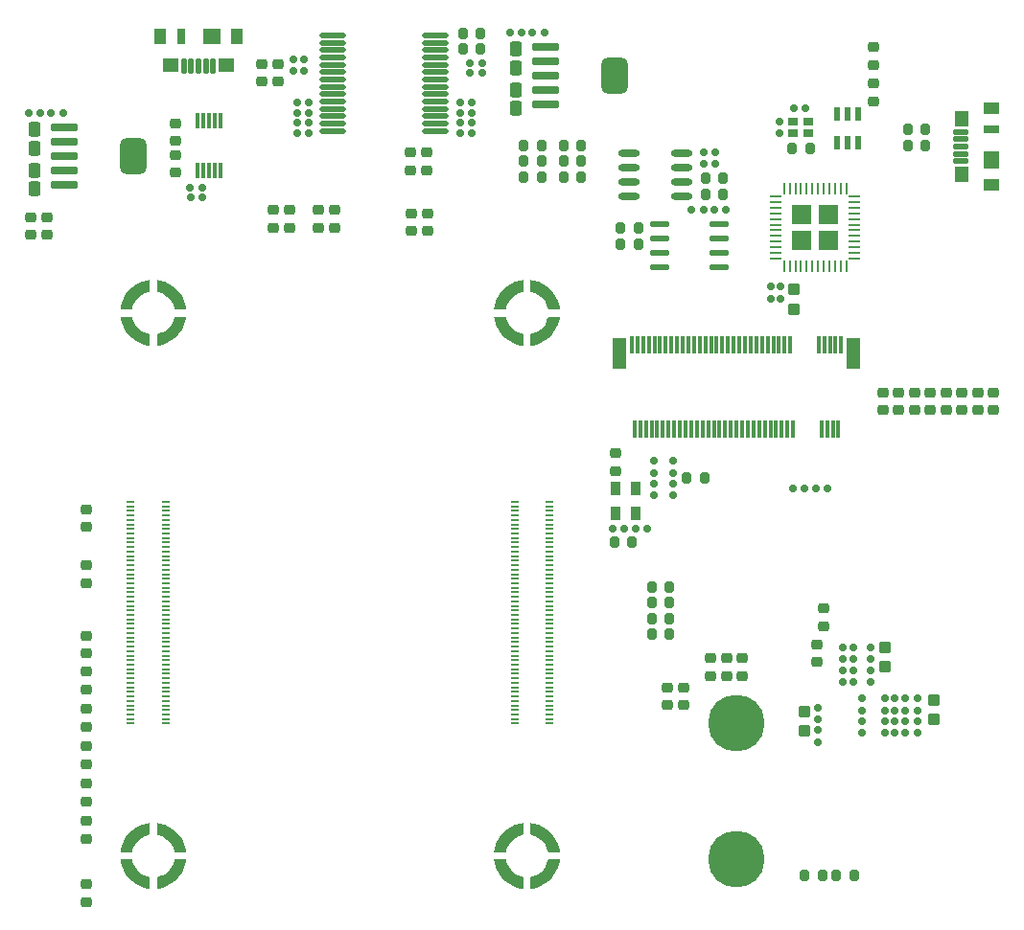
<source format=gbr>
G04*
G04 #@! TF.GenerationSoftware,Altium Limited,Altium Designer,24.9.1 (31)*
G04*
G04 Layer_Color=8421504*
%FSLAX44Y44*%
%MOMM*%
G71*
G04*
G04 #@! TF.SameCoordinates,E5D20A50-3BA1-4884-9652-F4273D7A4019*
G04*
G04*
G04 #@! TF.FilePolarity,Positive*
G04*
G01*
G75*
%ADD22R,1.7076X1.7076*%
G04:AMPARAMS|DCode=23|XSize=0.95mm|YSize=0.85mm|CornerRadius=0.2125mm|HoleSize=0mm|Usage=FLASHONLY|Rotation=90.000|XOffset=0mm|YOffset=0mm|HoleType=Round|Shape=RoundedRectangle|*
%AMROUNDEDRECTD23*
21,1,0.9500,0.4250,0,0,90.0*
21,1,0.5250,0.8500,0,0,90.0*
1,1,0.4250,0.2125,0.2625*
1,1,0.4250,0.2125,-0.2625*
1,1,0.4250,-0.2125,-0.2625*
1,1,0.4250,-0.2125,0.2625*
%
%ADD23ROUNDEDRECTD23*%
G04:AMPARAMS|DCode=24|XSize=1.1mm|YSize=1mm|CornerRadius=0.25mm|HoleSize=0mm|Usage=FLASHONLY|Rotation=270.000|XOffset=0mm|YOffset=0mm|HoleType=Round|Shape=RoundedRectangle|*
%AMROUNDEDRECTD24*
21,1,1.1000,0.5000,0,0,270.0*
21,1,0.6000,1.0000,0,0,270.0*
1,1,0.5000,-0.2500,-0.3000*
1,1,0.5000,-0.2500,0.3000*
1,1,0.5000,0.2500,0.3000*
1,1,0.5000,0.2500,-0.3000*
%
%ADD24ROUNDEDRECTD24*%
G04:AMPARAMS|DCode=25|XSize=0.65mm|YSize=0.6mm|CornerRadius=0.15mm|HoleSize=0mm|Usage=FLASHONLY|Rotation=180.000|XOffset=0mm|YOffset=0mm|HoleType=Round|Shape=RoundedRectangle|*
%AMROUNDEDRECTD25*
21,1,0.6500,0.3000,0,0,180.0*
21,1,0.3500,0.6000,0,0,180.0*
1,1,0.3000,-0.1750,0.1500*
1,1,0.3000,0.1750,0.1500*
1,1,0.3000,0.1750,-0.1500*
1,1,0.3000,-0.1750,-0.1500*
%
%ADD25ROUNDEDRECTD25*%
G04:AMPARAMS|DCode=26|XSize=0.65mm|YSize=0.6mm|CornerRadius=0.15mm|HoleSize=0mm|Usage=FLASHONLY|Rotation=270.000|XOffset=0mm|YOffset=0mm|HoleType=Round|Shape=RoundedRectangle|*
%AMROUNDEDRECTD26*
21,1,0.6500,0.3000,0,0,270.0*
21,1,0.3500,0.6000,0,0,270.0*
1,1,0.3000,-0.1500,-0.1750*
1,1,0.3000,-0.1500,0.1750*
1,1,0.3000,0.1500,0.1750*
1,1,0.3000,0.1500,-0.1750*
%
%ADD26ROUNDEDRECTD26*%
%ADD27R,0.9500X1.2000*%
G04:AMPARAMS|DCode=28|XSize=1.64mm|YSize=0.59mm|CornerRadius=0.1475mm|HoleSize=0mm|Usage=FLASHONLY|Rotation=0.000|XOffset=0mm|YOffset=0mm|HoleType=Round|Shape=RoundedRectangle|*
%AMROUNDEDRECTD28*
21,1,1.6400,0.2950,0,0,0.0*
21,1,1.3450,0.5900,0,0,0.0*
1,1,0.2950,0.6725,-0.1475*
1,1,0.2950,-0.6725,-0.1475*
1,1,0.2950,-0.6725,0.1475*
1,1,0.2950,0.6725,0.1475*
%
%ADD28ROUNDEDRECTD28*%
G04:AMPARAMS|DCode=29|XSize=0.7mm|YSize=2.4mm|CornerRadius=0.175mm|HoleSize=0mm|Usage=FLASHONLY|Rotation=90.000|XOffset=0mm|YOffset=0mm|HoleType=Round|Shape=RoundedRectangle|*
%AMROUNDEDRECTD29*
21,1,0.7000,2.0500,0,0,90.0*
21,1,0.3500,2.4000,0,0,90.0*
1,1,0.3500,1.0250,0.1750*
1,1,0.3500,1.0250,-0.1750*
1,1,0.3500,-1.0250,-0.1750*
1,1,0.3500,-1.0250,0.1750*
%
%ADD29ROUNDEDRECTD29*%
G04:AMPARAMS|DCode=30|XSize=3.2mm|YSize=2.4mm|CornerRadius=0.6mm|HoleSize=0mm|Usage=FLASHONLY|Rotation=90.000|XOffset=0mm|YOffset=0mm|HoleType=Round|Shape=RoundedRectangle|*
%AMROUNDEDRECTD30*
21,1,3.2000,1.2000,0,0,90.0*
21,1,2.0000,2.4000,0,0,90.0*
1,1,1.2000,0.6000,1.0000*
1,1,1.2000,0.6000,-1.0000*
1,1,1.2000,-0.6000,-1.0000*
1,1,1.2000,-0.6000,1.0000*
%
%ADD30ROUNDEDRECTD30*%
%ADD31O,0.2189X1.0367*%
%ADD32O,1.0367X0.2189*%
G04:AMPARAMS|DCode=33|XSize=2.3028mm|YSize=0.4427mm|CornerRadius=0.1107mm|HoleSize=0mm|Usage=FLASHONLY|Rotation=180.000|XOffset=0mm|YOffset=0mm|HoleType=Round|Shape=RoundedRectangle|*
%AMROUNDEDRECTD33*
21,1,2.3028,0.2214,0,0,180.0*
21,1,2.0814,0.4427,0,0,180.0*
1,1,0.2214,-1.0407,0.1107*
1,1,0.2214,1.0407,0.1107*
1,1,0.2214,1.0407,-0.1107*
1,1,0.2214,-1.0407,-0.1107*
%
%ADD33ROUNDEDRECTD33*%
G04:AMPARAMS|DCode=34|XSize=1.4mm|YSize=0.3mm|CornerRadius=0.075mm|HoleSize=0mm|Usage=FLASHONLY|Rotation=90.000|XOffset=0mm|YOffset=0mm|HoleType=Round|Shape=RoundedRectangle|*
%AMROUNDEDRECTD34*
21,1,1.4000,0.1500,0,0,90.0*
21,1,1.2500,0.3000,0,0,90.0*
1,1,0.1500,0.0750,0.6250*
1,1,0.1500,0.0750,-0.6250*
1,1,0.1500,-0.0750,-0.6250*
1,1,0.1500,-0.0750,0.6250*
%
%ADD34ROUNDEDRECTD34*%
%ADD35R,0.8500X0.7500*%
%ADD36O,1.9000X0.6000*%
G04:AMPARAMS|DCode=37|XSize=0.95mm|YSize=0.85mm|CornerRadius=0.2125mm|HoleSize=0mm|Usage=FLASHONLY|Rotation=180.000|XOffset=0mm|YOffset=0mm|HoleType=Round|Shape=RoundedRectangle|*
%AMROUNDEDRECTD37*
21,1,0.9500,0.4250,0,0,180.0*
21,1,0.5250,0.8500,0,0,180.0*
1,1,0.4250,-0.2625,0.2125*
1,1,0.4250,0.2625,0.2125*
1,1,0.4250,0.2625,-0.2125*
1,1,0.4250,-0.2625,-0.2125*
%
%ADD37ROUNDEDRECTD37*%
%ADD38R,0.7000X0.2000*%
G04:AMPARAMS|DCode=39|XSize=1.21mm|YSize=0.59mm|CornerRadius=0.0738mm|HoleSize=0mm|Usage=FLASHONLY|Rotation=270.000|XOffset=0mm|YOffset=0mm|HoleType=Round|Shape=RoundedRectangle|*
%AMROUNDEDRECTD39*
21,1,1.2100,0.4425,0,0,270.0*
21,1,1.0625,0.5900,0,0,270.0*
1,1,0.1475,-0.2213,-0.5313*
1,1,0.1475,-0.2213,0.5313*
1,1,0.1475,0.2213,0.5313*
1,1,0.1475,0.2213,-0.5313*
%
%ADD39ROUNDEDRECTD39*%
%ADD40R,0.3000X1.5500*%
%ADD41R,1.2000X2.7500*%
G04:AMPARAMS|DCode=42|XSize=0.4572mm|YSize=1.3716mm|CornerRadius=0.1143mm|HoleSize=0mm|Usage=FLASHONLY|Rotation=90.000|XOffset=0mm|YOffset=0mm|HoleType=Round|Shape=RoundedRectangle|*
%AMROUNDEDRECTD42*
21,1,0.4572,1.1430,0,0,90.0*
21,1,0.2286,1.3716,0,0,90.0*
1,1,0.2286,0.5715,0.1143*
1,1,0.2286,0.5715,-0.1143*
1,1,0.2286,-0.5715,-0.1143*
1,1,0.2286,-0.5715,0.1143*
%
%ADD42ROUNDEDRECTD42*%
%ADD43R,1.4000X1.1000*%
%ADD44R,1.2224X1.3494*%
%ADD45R,1.4000X1.6000*%
%ADD46R,1.4000X0.8000*%
%ADD47R,0.8000X1.4000*%
%ADD48R,1.6000X1.4000*%
%ADD49R,1.1000X1.4000*%
%ADD50R,1.3494X1.2224*%
G04:AMPARAMS|DCode=51|XSize=0.4572mm|YSize=1.3716mm|CornerRadius=0.1143mm|HoleSize=0mm|Usage=FLASHONLY|Rotation=180.000|XOffset=0mm|YOffset=0mm|HoleType=Round|Shape=RoundedRectangle|*
%AMROUNDEDRECTD51*
21,1,0.4572,1.1430,0,0,180.0*
21,1,0.2286,1.3716,0,0,180.0*
1,1,0.2286,-0.1143,0.5715*
1,1,0.2286,0.1143,0.5715*
1,1,0.2286,0.1143,-0.5715*
1,1,0.2286,-0.1143,-0.5715*
%
%ADD51ROUNDEDRECTD51*%
G04:AMPARAMS|DCode=52|XSize=1.1mm|YSize=1.3mm|CornerRadius=0.25mm|HoleSize=0mm|Usage=FLASHONLY|Rotation=180.000|XOffset=0mm|YOffset=0mm|HoleType=Round|Shape=RoundedRectangle|*
%AMROUNDEDRECTD52*
21,1,1.1000,0.8000,0,0,180.0*
21,1,0.6000,1.3000,0,0,180.0*
1,1,0.5000,-0.3000,0.4000*
1,1,0.5000,0.3000,0.4000*
1,1,0.5000,0.3000,-0.4000*
1,1,0.5000,-0.3000,-0.4000*
%
%ADD52ROUNDEDRECTD52*%
%ADD53C,5.0000*%
G36*
X131750Y120981D02*
X129300Y121256D01*
X124561Y122619D01*
X120118Y124756D01*
X116096Y127609D01*
X112609Y131096D01*
X109756Y135118D01*
X107619Y139561D01*
X106256Y144300D01*
X105981Y146750D01*
D01*
X116280D01*
X116584Y145326D01*
X117514Y142567D01*
X118855Y139984D01*
X120574Y137635D01*
X122632Y135576D01*
X124981Y133856D01*
X127564Y132515D01*
X130322Y131585D01*
X131747Y131281D01*
D01*
X131750D01*
Y120981D01*
D02*
G37*
G36*
X105981Y153250D02*
X106256Y155700D01*
X107619Y160439D01*
X109756Y164882D01*
X112609Y168904D01*
X116096Y172391D01*
X120118Y175243D01*
X124561Y177381D01*
X129300Y178744D01*
X131750Y179019D01*
D01*
Y168720D01*
X130326Y168416D01*
X127567Y167486D01*
X124984Y166145D01*
X122635Y164426D01*
X120576Y162368D01*
X118856Y160019D01*
X117515Y157436D01*
X116585Y154678D01*
X116281Y153253D01*
D01*
Y153250D01*
X105981D01*
D02*
G37*
G36*
X164019Y146750D02*
X163744Y144300D01*
X162381Y139561D01*
X160243Y135118D01*
X157391Y131096D01*
X153904Y127609D01*
X149882Y124756D01*
X145439Y122619D01*
X140700Y121256D01*
X138250Y120981D01*
D01*
Y131280D01*
X139674Y131584D01*
X142433Y132514D01*
X145016Y133855D01*
X147365Y135574D01*
X149424Y137632D01*
X151144Y139981D01*
X152485Y142564D01*
X153415Y145322D01*
X153719Y146747D01*
D01*
Y146750D01*
X164019D01*
D02*
G37*
G36*
X138250Y179019D02*
X140700Y178744D01*
X145439Y177381D01*
X149882Y175243D01*
X153904Y172391D01*
X157391Y168904D01*
X160243Y164882D01*
X162381Y160439D01*
X163744Y155700D01*
X164019Y153250D01*
D01*
X153720D01*
X153416Y154674D01*
X152486Y157433D01*
X151145Y160016D01*
X149426Y162365D01*
X147368Y164424D01*
X145019Y166143D01*
X142436Y167484D01*
X139678Y168415D01*
X138253Y168719D01*
D01*
X138250D01*
Y179019D01*
D02*
G37*
G36*
X461750Y120981D02*
X459300Y121256D01*
X454561Y122619D01*
X450118Y124756D01*
X446096Y127609D01*
X442609Y131096D01*
X439757Y135118D01*
X437618Y139561D01*
X436256Y144300D01*
X435981Y146750D01*
D01*
X446280D01*
X446584Y145326D01*
X447514Y142567D01*
X448855Y139984D01*
X450574Y137635D01*
X452632Y135576D01*
X454981Y133856D01*
X457564Y132515D01*
X460322Y131585D01*
X461747Y131281D01*
D01*
X461750D01*
Y120981D01*
D02*
G37*
G36*
X435981Y153250D02*
X436256Y155700D01*
X437618Y160439D01*
X439757Y164882D01*
X442609Y168904D01*
X446096Y172391D01*
X450118Y175243D01*
X454561Y177381D01*
X459300Y178744D01*
X461750Y179019D01*
D01*
Y168720D01*
X460326Y168416D01*
X457567Y167486D01*
X454984Y166145D01*
X452635Y164426D01*
X450577Y162368D01*
X448857Y160019D01*
X447515Y157436D01*
X446585Y154678D01*
X446281Y153253D01*
D01*
Y153250D01*
X435981D01*
D02*
G37*
G36*
X494019Y146750D02*
X493744Y144300D01*
X492382Y139561D01*
X490243Y135118D01*
X487391Y131096D01*
X483904Y127609D01*
X479882Y124756D01*
X475439Y122619D01*
X470700Y121256D01*
X468250Y120981D01*
D01*
Y131280D01*
X469674Y131584D01*
X472433Y132514D01*
X475016Y133855D01*
X477365Y135574D01*
X479424Y137632D01*
X481143Y139981D01*
X482485Y142564D01*
X483415Y145322D01*
X483719Y146747D01*
D01*
Y146750D01*
X494019D01*
D02*
G37*
G36*
X468250Y179019D02*
X470700Y178744D01*
X475439Y177381D01*
X479882Y175243D01*
X483904Y172391D01*
X487391Y168904D01*
X490243Y164882D01*
X492382Y160439D01*
X493744Y155700D01*
X494019Y153250D01*
D01*
X483720D01*
X483416Y154674D01*
X482486Y157433D01*
X481145Y160016D01*
X479426Y162365D01*
X477368Y164424D01*
X475019Y166143D01*
X472436Y167484D01*
X469678Y168415D01*
X468253Y168719D01*
D01*
X468250D01*
Y179019D01*
D02*
G37*
G36*
X131750Y600981D02*
X129300Y601256D01*
X124561Y602618D01*
X120118Y604757D01*
X116096Y607609D01*
X112609Y611096D01*
X109756Y615118D01*
X107619Y619561D01*
X106256Y624300D01*
X105981Y626750D01*
D01*
X116280D01*
X116584Y625326D01*
X117514Y622567D01*
X118855Y619984D01*
X120574Y617635D01*
X122632Y615577D01*
X124981Y613857D01*
X127564Y612515D01*
X130322Y611585D01*
X131747Y611281D01*
D01*
X131750D01*
Y600981D01*
D02*
G37*
G36*
X105981Y633250D02*
X106256Y635700D01*
X107619Y640439D01*
X109756Y644882D01*
X112609Y648904D01*
X116096Y652391D01*
X120118Y655244D01*
X124561Y657382D01*
X129300Y658744D01*
X131750Y659019D01*
D01*
Y648720D01*
X130326Y648416D01*
X127567Y647486D01*
X124984Y646145D01*
X122635Y644426D01*
X120576Y642368D01*
X118856Y640019D01*
X117515Y637436D01*
X116585Y634678D01*
X116281Y633253D01*
D01*
Y633250D01*
X105981D01*
D02*
G37*
G36*
X164019Y626750D02*
X163744Y624300D01*
X162381Y619561D01*
X160243Y615118D01*
X157391Y611096D01*
X153904Y607609D01*
X149882Y604757D01*
X145439Y602618D01*
X140700Y601256D01*
X138250Y600981D01*
D01*
Y611280D01*
X139674Y611584D01*
X142433Y612514D01*
X145016Y613855D01*
X147365Y615574D01*
X149424Y617632D01*
X151144Y619981D01*
X152485Y622564D01*
X153415Y625322D01*
X153719Y626747D01*
D01*
Y626750D01*
X164019D01*
D02*
G37*
G36*
X138250Y659019D02*
X140700Y658744D01*
X145439Y657382D01*
X149882Y655244D01*
X153904Y652391D01*
X157391Y648904D01*
X160243Y644882D01*
X162381Y640439D01*
X163744Y635700D01*
X164019Y633250D01*
D01*
X153720D01*
X153416Y634674D01*
X152486Y637433D01*
X151145Y640016D01*
X149426Y642365D01*
X147368Y644424D01*
X145019Y646143D01*
X142436Y647485D01*
X139678Y648415D01*
X138253Y648719D01*
D01*
X138250D01*
Y659019D01*
D02*
G37*
G36*
X461750Y600981D02*
X459300Y601256D01*
X454561Y602618D01*
X450118Y604757D01*
X446096Y607609D01*
X442609Y611096D01*
X439757Y615118D01*
X437618Y619561D01*
X436256Y624300D01*
X435981Y626750D01*
D01*
X446280D01*
X446584Y625326D01*
X447514Y622567D01*
X448855Y619984D01*
X450574Y617635D01*
X452632Y615577D01*
X454981Y613857D01*
X457564Y612515D01*
X460322Y611585D01*
X461747Y611281D01*
D01*
X461750D01*
Y600981D01*
D02*
G37*
G36*
X435981Y633250D02*
X436256Y635700D01*
X437618Y640439D01*
X439757Y644882D01*
X442609Y648904D01*
X446096Y652391D01*
X450118Y655244D01*
X454561Y657382D01*
X459300Y658744D01*
X461750Y659019D01*
D01*
Y648720D01*
X460326Y648416D01*
X457567Y647486D01*
X454984Y646145D01*
X452635Y644426D01*
X450577Y642368D01*
X448857Y640019D01*
X447515Y637436D01*
X446585Y634678D01*
X446281Y633253D01*
D01*
Y633250D01*
X435981D01*
D02*
G37*
G36*
X494019Y626750D02*
X493744Y624300D01*
X492382Y619561D01*
X490243Y615118D01*
X487391Y611096D01*
X483904Y607609D01*
X479882Y604757D01*
X475439Y602618D01*
X470700Y601256D01*
X468250Y600981D01*
D01*
Y611280D01*
X469674Y611584D01*
X472433Y612514D01*
X475016Y613855D01*
X477365Y615574D01*
X479424Y617632D01*
X481143Y619981D01*
X482485Y622564D01*
X483415Y625322D01*
X483719Y626747D01*
D01*
Y626750D01*
X494019D01*
D02*
G37*
G36*
X468250Y659019D02*
X470700Y658744D01*
X475439Y657382D01*
X479882Y655244D01*
X483904Y652391D01*
X487391Y648904D01*
X490243Y644882D01*
X492382Y640439D01*
X493744Y635700D01*
X494019Y633250D01*
D01*
X483720D01*
X483416Y634674D01*
X482486Y637433D01*
X481145Y640016D01*
X479426Y642365D01*
X477368Y644424D01*
X475019Y646143D01*
X472436Y647485D01*
X469678Y648415D01*
X468253Y648719D01*
D01*
X468250D01*
Y659019D01*
D02*
G37*
D22*
X731346Y693648D02*
D03*
X707654D02*
D03*
X731346Y717341D02*
D03*
X707654D02*
D03*
D23*
X462250Y778000D02*
D03*
X477750D02*
D03*
X462250Y764000D02*
D03*
X477750D02*
D03*
X513000Y778000D02*
D03*
X497500D02*
D03*
X513000Y764000D02*
D03*
X497500D02*
D03*
X462250Y750000D02*
D03*
X477750D02*
D03*
X497500D02*
D03*
X513000D02*
D03*
X575250Y360000D02*
D03*
X590750D02*
D03*
X575250Y346000D02*
D03*
X590750D02*
D03*
X606250Y484000D02*
D03*
X621750D02*
D03*
X710250Y133000D02*
D03*
X725750D02*
D03*
X575250Y388000D02*
D03*
X590750D02*
D03*
X638260Y749000D02*
D03*
X622760D02*
D03*
X638260Y735000D02*
D03*
X622760D02*
D03*
X547740Y705000D02*
D03*
X563240D02*
D03*
X547740Y691000D02*
D03*
X563240D02*
D03*
X816750Y778250D02*
D03*
X801250D02*
D03*
X408250Y863000D02*
D03*
X423750D02*
D03*
X753750Y133000D02*
D03*
X738250D02*
D03*
X801250Y792000D02*
D03*
X816750D02*
D03*
X408250Y877000D02*
D03*
X423750D02*
D03*
X699250Y775000D02*
D03*
X714750D02*
D03*
X557750Y427000D02*
D03*
X542250D02*
D03*
X575250Y374000D02*
D03*
X590750D02*
D03*
D24*
X701000Y633500D02*
D03*
Y650500D02*
D03*
X824000Y270500D02*
D03*
Y287500D02*
D03*
X781000Y334500D02*
D03*
Y317500D02*
D03*
X709796Y260500D02*
D03*
Y277500D02*
D03*
D25*
X640760Y721000D02*
D03*
X630260D02*
D03*
X610260D02*
D03*
X620760D02*
D03*
X620750Y772000D02*
D03*
X631250D02*
D03*
X620750Y762000D02*
D03*
X631250D02*
D03*
X710250Y475000D02*
D03*
X699750D02*
D03*
X719750D02*
D03*
X730250D02*
D03*
X178250Y732000D02*
D03*
X167750D02*
D03*
X178000Y741000D02*
D03*
X167500D02*
D03*
X425250Y851000D02*
D03*
X414750D02*
D03*
X272250Y816000D02*
D03*
X261750D02*
D03*
X414750Y842000D02*
D03*
X425250D02*
D03*
X261750Y807000D02*
D03*
X272250D02*
D03*
X261750Y798000D02*
D03*
X272250D02*
D03*
X405750Y798000D02*
D03*
X416250D02*
D03*
X416250Y816000D02*
D03*
X405750D02*
D03*
X272250Y789000D02*
D03*
X261750D02*
D03*
X416250Y789000D02*
D03*
X405750D02*
D03*
Y807000D02*
D03*
X416250D02*
D03*
X560750Y439000D02*
D03*
X571250D02*
D03*
X551000D02*
D03*
X540500D02*
D03*
X711250Y811000D02*
D03*
X700750D02*
D03*
X55250Y807000D02*
D03*
X44750D02*
D03*
X24750D02*
D03*
X35250D02*
D03*
X480250Y878000D02*
D03*
X469750D02*
D03*
X449750Y878000D02*
D03*
X460250D02*
D03*
D26*
X594000Y479000D02*
D03*
Y468500D02*
D03*
X577000D02*
D03*
Y479000D02*
D03*
X594000Y488500D02*
D03*
Y499000D02*
D03*
X577000D02*
D03*
Y488500D02*
D03*
X259000Y854250D02*
D03*
Y843750D02*
D03*
X268000D02*
D03*
Y854250D02*
D03*
X688000Y799250D02*
D03*
Y788750D02*
D03*
X680000Y642750D02*
D03*
Y653250D02*
D03*
X689000Y642750D02*
D03*
Y653250D02*
D03*
X809796Y258750D02*
D03*
Y269250D02*
D03*
X789796Y269250D02*
D03*
Y258750D02*
D03*
X780796D02*
D03*
Y269250D02*
D03*
X760796D02*
D03*
Y258750D02*
D03*
X768796Y303750D02*
D03*
Y314250D02*
D03*
X743796D02*
D03*
Y303750D02*
D03*
X752796D02*
D03*
Y314250D02*
D03*
X798796Y269250D02*
D03*
Y258750D02*
D03*
X809796Y278750D02*
D03*
Y289250D02*
D03*
X789796Y289250D02*
D03*
Y278750D02*
D03*
X780796D02*
D03*
Y289250D02*
D03*
X760796D02*
D03*
Y278750D02*
D03*
X768796Y323750D02*
D03*
Y334250D02*
D03*
X743796D02*
D03*
Y323750D02*
D03*
X752796D02*
D03*
Y334250D02*
D03*
X798796Y289250D02*
D03*
Y278750D02*
D03*
X721796Y250750D02*
D03*
Y261250D02*
D03*
Y281250D02*
D03*
Y270750D02*
D03*
D27*
X560750Y453000D02*
D03*
Y475000D02*
D03*
X543250D02*
D03*
Y453000D02*
D03*
D28*
X582160Y708050D02*
D03*
Y695350D02*
D03*
Y682650D02*
D03*
Y669950D02*
D03*
X634860D02*
D03*
Y682650D02*
D03*
Y695350D02*
D03*
Y708050D02*
D03*
D29*
X481726Y865400D02*
D03*
Y852700D02*
D03*
Y840000D02*
D03*
Y827300D02*
D03*
Y814600D02*
D03*
X56750Y794400D02*
D03*
Y781700D02*
D03*
Y769000D02*
D03*
Y756300D02*
D03*
Y743600D02*
D03*
D30*
X542226Y840000D02*
D03*
X117250Y769000D02*
D03*
D31*
X747000Y740000D02*
D03*
X742000D02*
D03*
X737000D02*
D03*
X732000D02*
D03*
X747000Y670989D02*
D03*
X742000D02*
D03*
X737000D02*
D03*
X732000D02*
D03*
X727000Y740000D02*
D03*
X722000D02*
D03*
X717000D02*
D03*
X712000D02*
D03*
X707000D02*
D03*
X702000D02*
D03*
X697000D02*
D03*
X692000D02*
D03*
X727000Y670989D02*
D03*
X722000D02*
D03*
X717000D02*
D03*
X712000D02*
D03*
X707000D02*
D03*
X692000D02*
D03*
X697000D02*
D03*
X702000D02*
D03*
D32*
X754006Y732995D02*
D03*
Y727995D02*
D03*
Y722995D02*
D03*
Y717995D02*
D03*
Y712995D02*
D03*
Y707995D02*
D03*
Y702995D02*
D03*
Y697995D02*
D03*
Y692995D02*
D03*
Y687995D02*
D03*
Y682995D02*
D03*
Y677995D02*
D03*
X684995Y732995D02*
D03*
Y727995D02*
D03*
Y722995D02*
D03*
Y717995D02*
D03*
Y712995D02*
D03*
Y707995D02*
D03*
Y702995D02*
D03*
Y697995D02*
D03*
Y692995D02*
D03*
Y687995D02*
D03*
Y682995D02*
D03*
Y677995D02*
D03*
D33*
X293845Y790750D02*
D03*
Y797250D02*
D03*
Y803750D02*
D03*
Y810250D02*
D03*
Y816750D02*
D03*
Y823250D02*
D03*
Y829750D02*
D03*
Y836250D02*
D03*
Y842750D02*
D03*
Y849250D02*
D03*
Y855750D02*
D03*
Y862250D02*
D03*
Y868750D02*
D03*
Y875250D02*
D03*
X384155D02*
D03*
Y868750D02*
D03*
Y862250D02*
D03*
Y855750D02*
D03*
Y849250D02*
D03*
Y842750D02*
D03*
Y836250D02*
D03*
Y829750D02*
D03*
Y823250D02*
D03*
Y816750D02*
D03*
Y810250D02*
D03*
Y803750D02*
D03*
Y797250D02*
D03*
Y790750D02*
D03*
D34*
X174000Y799784D02*
D03*
X179000D02*
D03*
X184000D02*
D03*
X189000D02*
D03*
X194000D02*
D03*
Y755784D02*
D03*
X189000D02*
D03*
X184000D02*
D03*
X179000D02*
D03*
X174000D02*
D03*
D35*
X713750Y788750D02*
D03*
X700250D02*
D03*
Y799250D02*
D03*
X713750D02*
D03*
D36*
X554784Y771400D02*
D03*
Y758700D02*
D03*
Y746000D02*
D03*
Y733300D02*
D03*
X601784Y771400D02*
D03*
Y758700D02*
D03*
Y746000D02*
D03*
Y733300D02*
D03*
D37*
X76000Y406750D02*
D03*
Y391250D02*
D03*
Y440500D02*
D03*
Y456000D02*
D03*
X727000Y353250D02*
D03*
Y368750D02*
D03*
X863000Y559750D02*
D03*
Y544250D02*
D03*
X835000Y559750D02*
D03*
Y544250D02*
D03*
X807000Y559750D02*
D03*
Y544250D02*
D03*
X27000Y714750D02*
D03*
Y699250D02*
D03*
X76000Y109250D02*
D03*
Y124750D02*
D03*
X76000Y165250D02*
D03*
Y180750D02*
D03*
Y198250D02*
D03*
Y213750D02*
D03*
Y297250D02*
D03*
Y312750D02*
D03*
Y329250D02*
D03*
Y344750D02*
D03*
X877000Y559750D02*
D03*
Y544250D02*
D03*
X849000Y559750D02*
D03*
Y544250D02*
D03*
X821000Y559750D02*
D03*
Y544250D02*
D03*
X76000Y231250D02*
D03*
Y246750D02*
D03*
X76000Y264250D02*
D03*
Y279750D02*
D03*
X41000Y714750D02*
D03*
Y699250D02*
D03*
X793000Y544250D02*
D03*
Y559750D02*
D03*
X245000Y849750D02*
D03*
Y834250D02*
D03*
X721000Y321250D02*
D03*
Y336750D02*
D03*
X771000Y817250D02*
D03*
Y832750D02*
D03*
Y849250D02*
D03*
Y864750D02*
D03*
X779000Y559750D02*
D03*
Y544250D02*
D03*
X543000Y490250D02*
D03*
Y505750D02*
D03*
X231000Y834250D02*
D03*
Y849750D02*
D03*
X155000Y782250D02*
D03*
Y797750D02*
D03*
Y754250D02*
D03*
Y769750D02*
D03*
X281000Y720750D02*
D03*
Y705250D02*
D03*
X377000Y717750D02*
D03*
Y702250D02*
D03*
X295000Y720750D02*
D03*
Y705250D02*
D03*
X363000Y717750D02*
D03*
Y702250D02*
D03*
X376000Y771750D02*
D03*
Y756250D02*
D03*
X362000Y771750D02*
D03*
Y756250D02*
D03*
X255000Y720750D02*
D03*
Y705250D02*
D03*
X241000Y720750D02*
D03*
Y705250D02*
D03*
X655000Y309250D02*
D03*
Y324750D02*
D03*
X589000Y283500D02*
D03*
Y299000D02*
D03*
X603000Y283500D02*
D03*
Y299000D02*
D03*
X627000Y309250D02*
D03*
Y324750D02*
D03*
X641000Y309250D02*
D03*
Y324750D02*
D03*
D38*
X485000Y267000D02*
D03*
X454200D02*
D03*
X485000Y271000D02*
D03*
X454200D02*
D03*
X485000Y275000D02*
D03*
X454200D02*
D03*
X485000Y279000D02*
D03*
X454200D02*
D03*
X485000Y283000D02*
D03*
X454200D02*
D03*
X485000Y287000D02*
D03*
X454200D02*
D03*
X485000Y291000D02*
D03*
X454200D02*
D03*
X485000Y295000D02*
D03*
X454200D02*
D03*
X485000Y299000D02*
D03*
X454200D02*
D03*
X485000Y303000D02*
D03*
X454200D02*
D03*
X485000Y307000D02*
D03*
X454200D02*
D03*
X485000Y311000D02*
D03*
X454200D02*
D03*
X485000Y315000D02*
D03*
X454200D02*
D03*
X485000Y319000D02*
D03*
X454200D02*
D03*
X485000Y323000D02*
D03*
X454200D02*
D03*
X485000Y327000D02*
D03*
X454200D02*
D03*
X485000Y331000D02*
D03*
X454200D02*
D03*
X485000Y335000D02*
D03*
X454200D02*
D03*
X485000Y339000D02*
D03*
X454200D02*
D03*
X485000Y343000D02*
D03*
X454200D02*
D03*
X485000Y347000D02*
D03*
X454200D02*
D03*
X485000Y351000D02*
D03*
X454200D02*
D03*
X485000Y355000D02*
D03*
X454200D02*
D03*
X485000Y359000D02*
D03*
X454200D02*
D03*
X485000Y363000D02*
D03*
X454200D02*
D03*
X485000Y367000D02*
D03*
X454200D02*
D03*
X485000Y371000D02*
D03*
X454200D02*
D03*
X485000Y375000D02*
D03*
X454200D02*
D03*
X485000Y379000D02*
D03*
X454200D02*
D03*
X485000Y383000D02*
D03*
X454200D02*
D03*
X485000Y387000D02*
D03*
X454200D02*
D03*
X485000Y391000D02*
D03*
X454200D02*
D03*
X485000Y395000D02*
D03*
X454200D02*
D03*
X485000Y399000D02*
D03*
X454200D02*
D03*
X485000Y403000D02*
D03*
X454200D02*
D03*
X485000Y407000D02*
D03*
X454200D02*
D03*
X485000Y411000D02*
D03*
X454200D02*
D03*
X485000Y415000D02*
D03*
X454200D02*
D03*
X485000Y419000D02*
D03*
X454200D02*
D03*
X485000Y423000D02*
D03*
X454200D02*
D03*
X485000Y427000D02*
D03*
X454200D02*
D03*
X485000Y431000D02*
D03*
X454200D02*
D03*
X485000Y435000D02*
D03*
X454200D02*
D03*
X485000Y439000D02*
D03*
X454200D02*
D03*
X485000Y443000D02*
D03*
X454200D02*
D03*
X485000Y447000D02*
D03*
X454200D02*
D03*
X485000Y451000D02*
D03*
X454200D02*
D03*
X485000Y455000D02*
D03*
X454200D02*
D03*
X485000Y459000D02*
D03*
X454200D02*
D03*
X485000Y463000D02*
D03*
X454200D02*
D03*
X145800Y267000D02*
D03*
X115000D02*
D03*
X145800Y271000D02*
D03*
X115000D02*
D03*
X145800Y275000D02*
D03*
X115000D02*
D03*
X145800Y279000D02*
D03*
X115000D02*
D03*
X145800Y283000D02*
D03*
X115000D02*
D03*
X145800Y287000D02*
D03*
X115000D02*
D03*
X145800Y291000D02*
D03*
X115000D02*
D03*
X145800Y295000D02*
D03*
X115000D02*
D03*
X145800Y299000D02*
D03*
X115000D02*
D03*
X145800Y303000D02*
D03*
X115000D02*
D03*
X145800Y307000D02*
D03*
X115000D02*
D03*
X145800Y311000D02*
D03*
X115000D02*
D03*
X145800Y315000D02*
D03*
X115000D02*
D03*
X145800Y319000D02*
D03*
X115000D02*
D03*
X145800Y323000D02*
D03*
X115000D02*
D03*
X145800Y327000D02*
D03*
X115000D02*
D03*
X145800Y331000D02*
D03*
X115000D02*
D03*
X145800Y335000D02*
D03*
X115000D02*
D03*
X145800Y339000D02*
D03*
X115000D02*
D03*
X145800Y343000D02*
D03*
X115000D02*
D03*
X145800Y347000D02*
D03*
X115000D02*
D03*
X145800Y351000D02*
D03*
X115000D02*
D03*
X145800Y355000D02*
D03*
X115000D02*
D03*
X145800Y359000D02*
D03*
X115000D02*
D03*
X145800Y363000D02*
D03*
X115000D02*
D03*
X145800Y367000D02*
D03*
X115000D02*
D03*
X145800Y371000D02*
D03*
X115000D02*
D03*
X145800Y375000D02*
D03*
X115000D02*
D03*
X145800Y379000D02*
D03*
X115000D02*
D03*
X145800Y383000D02*
D03*
X115000D02*
D03*
X145800Y387000D02*
D03*
X115000D02*
D03*
X145800Y391000D02*
D03*
X115000D02*
D03*
X145800Y395000D02*
D03*
X115000D02*
D03*
X145800Y399000D02*
D03*
X115000D02*
D03*
X145800Y403000D02*
D03*
X115000D02*
D03*
X145800Y407000D02*
D03*
X115000D02*
D03*
X145800Y411000D02*
D03*
X115000D02*
D03*
X145800Y415000D02*
D03*
X115000D02*
D03*
X145800Y419000D02*
D03*
X115000D02*
D03*
X145800Y423000D02*
D03*
X115000D02*
D03*
X145800Y427000D02*
D03*
X115000D02*
D03*
X145800Y431000D02*
D03*
X115000D02*
D03*
X145800Y435000D02*
D03*
X115000D02*
D03*
X145800Y439000D02*
D03*
X115000D02*
D03*
X145800Y443000D02*
D03*
X115000D02*
D03*
X145800Y447000D02*
D03*
X115000D02*
D03*
X145800Y451000D02*
D03*
X115000D02*
D03*
X145800Y455000D02*
D03*
X115000D02*
D03*
X145800Y459000D02*
D03*
X115000D02*
D03*
X145800Y463000D02*
D03*
X115000D02*
D03*
D39*
X757500Y805550D02*
D03*
X748000D02*
D03*
X738500D02*
D03*
Y780450D02*
D03*
X748000D02*
D03*
X757500D02*
D03*
D40*
X557500Y601750D02*
D03*
X562500D02*
D03*
X567500D02*
D03*
X572500D02*
D03*
X577500D02*
D03*
X582500D02*
D03*
X587500D02*
D03*
X592500D02*
D03*
X597500D02*
D03*
X602500D02*
D03*
X607500D02*
D03*
X612500D02*
D03*
X617500D02*
D03*
X622500D02*
D03*
X627500D02*
D03*
X632500D02*
D03*
X637500D02*
D03*
X642500D02*
D03*
X647500D02*
D03*
X652500D02*
D03*
X657500D02*
D03*
X662500D02*
D03*
X667500D02*
D03*
X672500D02*
D03*
X677500D02*
D03*
X682500D02*
D03*
X687500D02*
D03*
X692500D02*
D03*
X697500D02*
D03*
X722500D02*
D03*
X727500D02*
D03*
X732500D02*
D03*
X737500D02*
D03*
X742500D02*
D03*
X560000Y527250D02*
D03*
X565000D02*
D03*
X570000D02*
D03*
X575000D02*
D03*
X580000D02*
D03*
X585000D02*
D03*
X590000D02*
D03*
X595000D02*
D03*
X600000D02*
D03*
X605000D02*
D03*
X610000D02*
D03*
X615000D02*
D03*
X620000D02*
D03*
X625000D02*
D03*
X630000D02*
D03*
X635000D02*
D03*
X640000D02*
D03*
X645000D02*
D03*
X650000D02*
D03*
X655000D02*
D03*
X660000D02*
D03*
X665000D02*
D03*
X670000D02*
D03*
X675000D02*
D03*
X680000D02*
D03*
X685000D02*
D03*
X690000D02*
D03*
X695000D02*
D03*
X700000D02*
D03*
X725000D02*
D03*
X730000D02*
D03*
X735000D02*
D03*
X740000D02*
D03*
D41*
X546500Y594000D02*
D03*
X753500D02*
D03*
D42*
X848198Y790000D02*
D03*
Y783500D02*
D03*
Y777000D02*
D03*
Y770500D02*
D03*
Y764000D02*
D03*
D43*
X874798Y810750D02*
D03*
Y743250D02*
D03*
D44*
X849048Y752125D02*
D03*
Y801875D02*
D03*
D45*
X874798Y765500D02*
D03*
D46*
Y792494D02*
D03*
D47*
X159506Y874798D02*
D03*
D48*
X186500D02*
D03*
D49*
X208750D02*
D03*
X141250D02*
D03*
D50*
X150125Y849048D02*
D03*
X199875D02*
D03*
D51*
X188000Y848198D02*
D03*
X181500D02*
D03*
X175000D02*
D03*
X168500D02*
D03*
X162000D02*
D03*
D52*
X455000Y810750D02*
D03*
Y827250D02*
D03*
Y863250D02*
D03*
Y846750D02*
D03*
X30000Y792250D02*
D03*
Y775750D02*
D03*
Y739750D02*
D03*
Y756250D02*
D03*
D53*
X650000Y267500D02*
D03*
Y147500D02*
D03*
M02*

</source>
